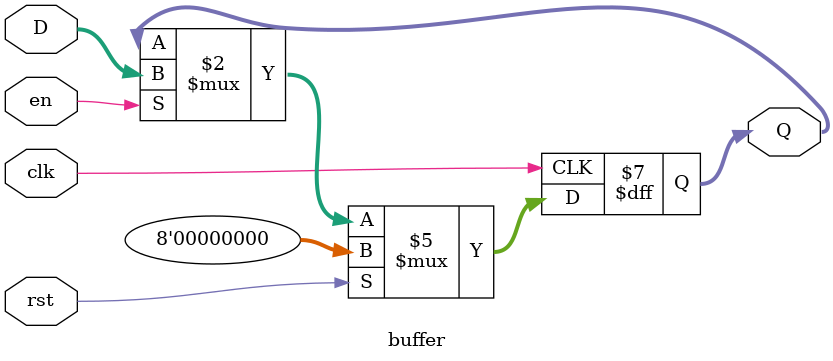
<source format=v>
module buffer #(parameter size = 8)(
    input clk,
    input rst,
    input en,
    input [size-1:0] D,
    output reg [size-1:0] Q
);

always @(posedge clk)
begin
    if (rst)
        Q <= 'b0;
    else if (en)
        Q <= D;
end

endmodule
</source>
